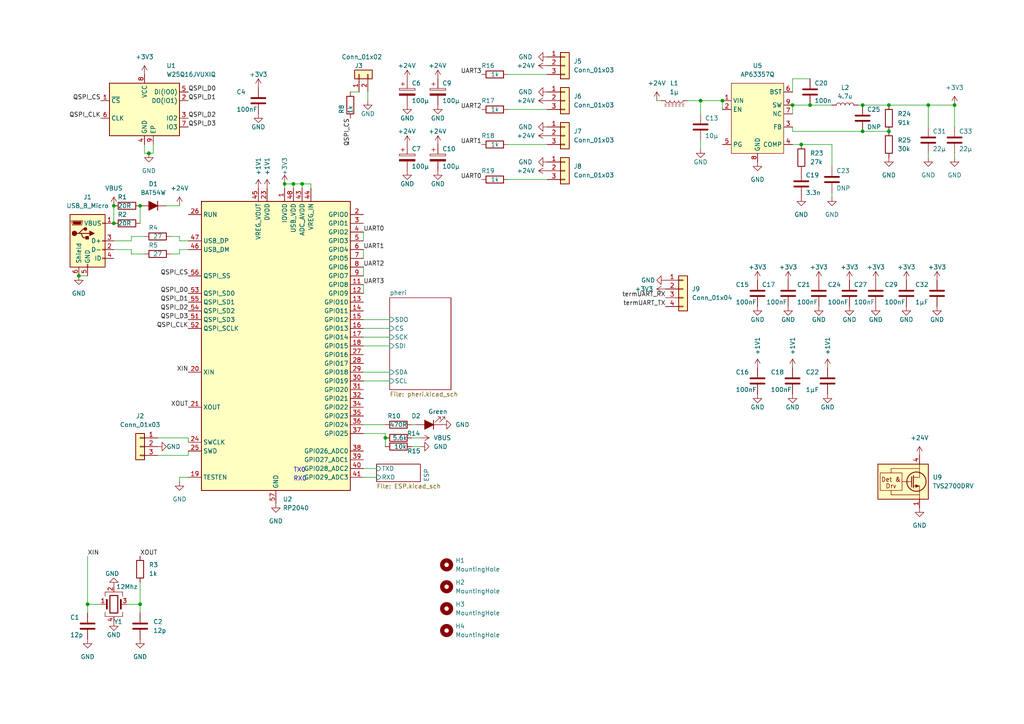
<source format=kicad_sch>
(kicad_sch (version 20211123) (generator eeschema)
  (paper "A4")
  (lib_symbols
    (symbol "Bergi:AP63357Q"
      (property "Reference" "U" (at -6.35 11.43 0))
      (property "Value" "AP63357Q" (at -2.54 8.89 0))
      (symbol "AP63357Q_1_1"
        (pin unspecified line (at -10.16 2.54 0) (length 2.54) (name "VIN") (number "1"))
        (pin unspecified line (at -10.16 0 0) (length 2.54) (name "EN") (number "2"))
        (pin unspecified line (at 10.16 -5.08 180) (length 2.54) (name "FB") (number "3"))
        (pin unspecified line (at 10.16 -10.16 180) (length 2.54) (name "COMP") (number "4"))
        (pin unspecified line (at -10.16 -10.16 0) (length 2.54) (name "PG") (number "5"))
        (pin unspecified line (at 10.16 5.08 180) (length 2.54) (name "BST") (number "6"))
        (pin unspecified line (at 10.16 -1.27 180) (length 2.54) (name "NC") (number "7"))
        (pin unspecified line (at 0 -15.24 90) (length 2.54) (name "GND") (number "8"))
        (pin unspecified line (at 10.16 1.27 180) (length 2.54) (name "SW") (number "9"))
      )
    )
    (symbol "Bergi:W25Q16JVUXIQ"
      (property "Reference" "U" (at -8.89 8.89 0))
      (property "Value" "W25Q16JVUXIQ" (at 7.62 8.89 0))
      (symbol "W25Q16JVUXIQ_1_1"
        (pin input line (at -12.7 2.54 0) (length 2.54) (name "~{CS}") (number "1"))
        (pin bidirectional line (at 12.7 2.54 180) (length 2.54) (name "DO(IO1)") (number "2"))
        (pin bidirectional line (at 12.7 -2.54 180) (length 2.54) (name "IO2") (number "3"))
        (pin power_in line (at 0 -10.16 90) (length 2.54) (name "GND") (number "4"))
        (pin bidirectional line (at 12.7 5.08 180) (length 2.54) (name "DI(IO0)") (number "5"))
        (pin input line (at -12.7 -2.54 0) (length 2.54) (name "CLK") (number "6"))
        (pin bidirectional line (at 12.7 -5.08 180) (length 2.54) (name "IO3") (number "7"))
        (pin power_in line (at 0 10.16 270) (length 2.54) (name "VCC") (number "8"))
        (pin passive line (at 2.54 -10.16 90) (length 2.54) (name "EP") (number "9"))
      )
    )
    (symbol "Connector:USB_B_Micro" (pin_names (offset 1.016))
      (property "Reference" "J" (at -5.08 11.43 0))
      (property "Value" "USB_B_Micro" (at -5.08 8.89 0))
      (symbol "USB_B_Micro_1_1"
        (pin power_out line (at 7.62 5.08 180) (length 2.54) (name "VBUS") (number "1"))
        (pin bidirectional line (at 7.62 -2.54 180) (length 2.54) (name "D-") (number "2"))
        (pin bidirectional line (at 7.62 0 180) (length 2.54) (name "D+") (number "3"))
        (pin passive line (at 7.62 -5.08 180) (length 2.54) (name "ID") (number "4"))
        (pin power_out line (at 0 -10.16 90) (length 2.54) (name "GND") (number "5"))
        (pin passive line (at -2.54 -10.16 90) (length 2.54) (name "Shield") (number "6"))
      )
    )
    (symbol "Connector_Generic:Conn_01x02" (pin_names (offset 1.016) hide)
      (property "Reference" "J" (at 0 2.54 0))
      (property "Value" "Conn_01x02" (at 0 -5.08 0))
      (symbol "Conn_01x02_1_1"
        (pin passive line (at -5.08 0 0) (length 3.81) (name "Pin_1") (number "1"))
        (pin passive line (at -5.08 -2.54 0) (length 3.81) (name "Pin_2") (number "2"))
      )
    )
    (symbol "Connector_Generic:Conn_01x03" (pin_names (offset 1.016) hide)
      (property "Reference" "J" (at 0 5.08 0))
      (property "Value" "Conn_01x03" (at 0 -5.08 0))
      (symbol "Conn_01x03_1_1"
        (pin passive line (at -5.08 2.54 0) (length 3.81) (name "Pin_1") (number "1"))
        (pin passive line (at -5.08 0 0) (length 3.81) (name "Pin_2") (number "2"))
        (pin passive line (at -5.08 -2.54 0) (length 3.81) (name "Pin_3") (number "3"))
      )
    )
    (symbol "Connector_Generic:Conn_01x04" (pin_names (offset 1.016) hide)
      (property "Reference" "J" (at 0 5.08 0))
      (property "Value" "Conn_01x04" (at 0 -7.62 0))
      (symbol "Conn_01x04_1_1"
        (pin passive line (at -5.08 2.54 0) (length 3.81) (name "Pin_1") (number "1"))
        (pin passive line (at -5.08 0 0) (length 3.81) (name "Pin_2") (number "2"))
        (pin passive line (at -5.08 -2.54 0) (length 3.81) (name "Pin_3") (number "3"))
        (pin passive line (at -5.08 -5.08 0) (length 3.81) (name "Pin_4") (number "4"))
      )
    )
    (symbol "Device:C" (pin_numbers hide) (pin_names (offset 0.254))
      (property "Reference" "C" (at 0.635 2.54 0))
      (property "Value" "C" (at 0.635 -2.54 0))
      (symbol "C_1_1"
        (pin passive line (at 0 3.81 270) (length 2.794) (name "~") (number "1"))
        (pin passive line (at 0 -3.81 90) (length 2.794) (name "~") (number "2"))
      )
    )
    (symbol "Device:C_Polarized" (pin_numbers hide) (pin_names (offset 0.254))
      (property "Reference" "C" (at 0.635 2.54 0))
      (property "Value" "C_Polarized" (at 0.635 -2.54 0))
      (symbol "C_Polarized_1_1"
        (pin passive line (at 0 3.81 270) (length 2.794) (name "~") (number "1"))
        (pin passive line (at 0 -3.81 90) (length 2.794) (name "~") (number "2"))
      )
    )
    (symbol "Device:Crystal_GND24" (pin_names (offset 1.016) hide)
      (property "Reference" "Y" (at 3.175 5.08 0))
      (property "Value" "Crystal_GND24" (at 3.175 3.175 0))
      (symbol "Crystal_GND24_1_1"
        (pin passive line (at -3.81 0 0) (length 1.27) (name "1") (number "1"))
        (pin passive line (at 0 5.08 270) (length 1.27) (name "2") (number "2"))
        (pin passive line (at 3.81 0 180) (length 1.27) (name "3") (number "3"))
        (pin passive line (at 0 -5.08 90) (length 1.27) (name "4") (number "4"))
      )
    )
    (symbol "Device:D_Filled" (pin_numbers hide) (pin_names (offset 1.016) hide)
      (property "Reference" "D" (at 0 2.54 0))
      (property "Value" "D_Filled" (at 0 -2.54 0))
      (symbol "D_Filled_1_1"
        (pin passive line (at -3.81 0 0) (length 2.54) (name "K") (number "1"))
        (pin passive line (at 3.81 0 180) (length 2.54) (name "A") (number "2"))
      )
    )
    (symbol "Device:L" (pin_numbers hide) (pin_names (offset 1.016) hide)
      (property "Reference" "L" (at -1.27 0 90))
      (property "Value" "L" (at 1.905 0 90))
      (symbol "L_1_1"
        (pin passive line (at 0 3.81 270) (length 1.27) (name "1") (number "1"))
        (pin passive line (at 0 -3.81 90) (length 1.27) (name "2") (number "2"))
      )
    )
    (symbol "Device:LED_Filled" (pin_numbers hide) (pin_names (offset 1.016) hide)
      (property "Reference" "D" (at 0 2.54 0))
      (property "Value" "LED_Filled" (at 0 -2.54 0))
      (symbol "LED_Filled_1_1"
        (pin passive line (at -3.81 0 0) (length 2.54) (name "K") (number "1"))
        (pin passive line (at 3.81 0 180) (length 2.54) (name "A") (number "2"))
      )
    )
    (symbol "Device:L_Ferrite" (pin_numbers hide) (pin_names (offset 1.016) hide)
      (property "Reference" "L" (at -1.27 0 90))
      (property "Value" "L_Ferrite" (at 2.794 0 90))
      (symbol "L_Ferrite_1_1"
        (pin passive line (at 0 3.81 270) (length 1.27) (name "1") (number "1"))
        (pin passive line (at 0 -3.81 90) (length 1.27) (name "2") (number "2"))
      )
    )
    (symbol "Device:R" (pin_numbers hide) (pin_names (offset 0))
      (property "Reference" "R" (at 2.032 0 90))
      (property "Value" "R" (at 0 0 90))
      (symbol "R_1_1"
        (pin passive line (at 0 3.81 270) (length 1.27) (name "~") (number "1"))
        (pin passive line (at 0 -3.81 90) (length 1.27) (name "~") (number "2"))
      )
    )
    (symbol "MCU_RaspberryPi:RP2040"
      (property "Reference" "U" (at 17.78 45.72 0))
      (property "Value" "RP2040" (at 17.78 43.18 0))
      (symbol "RP2040_1_1"
        (pin power_in line (at 2.54 45.72 270) (length 3.81) (name "IOVDD") (number "1"))
        (pin passive line (at 2.54 45.72 270) (length 3.81) hide (name "IOVDD") (number "10"))
        (pin bidirectional line (at 25.4 17.78 180) (length 3.81) (name "GPIO8") (number "11"))
        (pin bidirectional line (at 25.4 15.24 180) (length 3.81) (name "GPIO9") (number "12"))
        (pin bidirectional line (at 25.4 12.7 180) (length 3.81) (name "GPIO10") (number "13"))
        (pin bidirectional line (at 25.4 10.16 180) (length 3.81) (name "GPIO11") (number "14"))
        (pin bidirectional line (at 25.4 7.62 180) (length 3.81) (name "GPIO12") (number "15"))
        (pin bidirectional line (at 25.4 5.08 180) (length 3.81) (name "GPIO13") (number "16"))
        (pin bidirectional line (at 25.4 2.54 180) (length 3.81) (name "GPIO14") (number "17"))
        (pin bidirectional line (at 25.4 0 180) (length 3.81) (name "GPIO15") (number "18"))
        (pin input line (at -25.4 -38.1 0) (length 3.81) (name "TESTEN") (number "19"))
        (pin bidirectional line (at 25.4 38.1 180) (length 3.81) (name "GPIO0") (number "2"))
        (pin input line (at -25.4 -7.62 0) (length 3.81) (name "XIN") (number "20"))
        (pin passive line (at -25.4 -17.78 0) (length 3.81) (name "XOUT") (number "21"))
        (pin passive line (at 2.54 45.72 270) (length 3.81) hide (name "IOVDD") (number "22"))
        (pin power_in line (at -2.54 45.72 270) (length 3.81) (name "DVDD") (number "23"))
        (pin output line (at -25.4 -27.94 0) (length 3.81) (name "SWCLK") (number "24"))
        (pin bidirectional line (at -25.4 -30.48 0) (length 3.81) (name "SWD") (number "25"))
        (pin input line (at -25.4 38.1 0) (length 3.81) (name "RUN") (number "26"))
        (pin bidirectional line (at 25.4 -2.54 180) (length 3.81) (name "GPIO16") (number "27"))
        (pin bidirectional line (at 25.4 -5.08 180) (length 3.81) (name "GPIO17") (number "28"))
        (pin bidirectional line (at 25.4 -7.62 180) (length 3.81) (name "GPIO18") (number "29"))
        (pin bidirectional line (at 25.4 35.56 180) (length 3.81) (name "GPIO1") (number "3"))
        (pin bidirectional line (at 25.4 -10.16 180) (length 3.81) (name "GPIO19") (number "30"))
        (pin bidirectional line (at 25.4 -12.7 180) (length 3.81) (name "GPIO20") (number "31"))
        (pin bidirectional line (at 25.4 -15.24 180) (length 3.81) (name "GPIO21") (number "32"))
        (pin passive line (at 2.54 45.72 270) (length 3.81) hide (name "IOVDD") (number "33"))
        (pin bidirectional line (at 25.4 -17.78 180) (length 3.81) (name "GPIO22") (number "34"))
        (pin bidirectional line (at 25.4 -20.32 180) (length 3.81) (name "GPIO23") (number "35"))
        (pin bidirectional line (at 25.4 -22.86 180) (length 3.81) (name "GPIO24") (number "36"))
        (pin bidirectional line (at 25.4 -25.4 180) (length 3.81) (name "GPIO25") (number "37"))
        (pin bidirectional line (at 25.4 -30.48 180) (length 3.81) (name "GPIO26_ADC0") (number "38"))
        (pin bidirectional line (at 25.4 -33.02 180) (length 3.81) (name "GPIO27_ADC1") (number "39"))
        (pin bidirectional line (at 25.4 33.02 180) (length 3.81) (name "GPIO2") (number "4"))
        (pin bidirectional line (at 25.4 -35.56 180) (length 3.81) (name "GPIO28_ADC2") (number "40"))
        (pin bidirectional line (at 25.4 -38.1 180) (length 3.81) (name "GPIO29_ADC3") (number "41"))
        (pin passive line (at 2.54 45.72 270) (length 3.81) hide (name "IOVDD") (number "42"))
        (pin power_in line (at 7.62 45.72 270) (length 3.81) (name "ADC_AVDD") (number "43"))
        (pin power_in line (at 10.16 45.72 270) (length 3.81) (name "VREG_IN") (number "44"))
        (pin power_out line (at -5.08 45.72 270) (length 3.81) (name "VREG_VOUT") (number "45"))
        (pin bidirectional line (at -25.4 27.94 0) (length 3.81) (name "USB_DM") (number "46"))
        (pin bidirectional line (at -25.4 30.48 0) (length 3.81) (name "USB_DP") (number "47"))
        (pin power_in line (at 5.08 45.72 270) (length 3.81) (name "USB_VDD") (number "48"))
        (pin passive line (at 2.54 45.72 270) (length 3.81) hide (name "IOVDD") (number "49"))
        (pin bidirectional line (at 25.4 30.48 180) (length 3.81) (name "GPIO3") (number "5"))
        (pin passive line (at -2.54 45.72 270) (length 3.81) hide (name "DVDD") (number "50"))
        (pin bidirectional line (at -25.4 7.62 0) (length 3.81) (name "QSPI_SD3") (number "51"))
        (pin output line (at -25.4 5.08 0) (length 3.81) (name "QSPI_SCLK") (number "52"))
        (pin bidirectional line (at -25.4 15.24 0) (length 3.81) (name "QSPI_SD0") (number "53"))
        (pin bidirectional line (at -25.4 10.16 0) (length 3.81) (name "QSPI_SD2") (number "54"))
        (pin bidirectional line (at -25.4 12.7 0) (length 3.81) (name "QSPI_SD1") (number "55"))
        (pin bidirectional line (at -25.4 20.32 0) (length 3.81) (name "QSPI_SS") (number "56"))
        (pin power_in line (at 0 -45.72 90) (length 3.81) (name "GND") (number "57"))
        (pin bidirectional line (at 25.4 27.94 180) (length 3.81) (name "GPIO4") (number "6"))
        (pin bidirectional line (at 25.4 25.4 180) (length 3.81) (name "GPIO5") (number "7"))
        (pin bidirectional line (at 25.4 22.86 180) (length 3.81) (name "GPIO6") (number "8"))
        (pin bidirectional line (at 25.4 20.32 180) (length 3.81) (name "GPIO7") (number "9"))
      )
    )
    (symbol "Mechanical:MountingHole" (pin_names (offset 1.016))
      (property "Reference" "H" (at 0 5.08 0))
      (property "Value" "MountingHole" (at 0 3.175 0))
    )
    (symbol "Power_Protection:TVS2700DRV" (pin_names (offset 0) hide)
      (property "Reference" "U" (at 2.54 1.27 0))
      (property "Value" "TVS2700DRV" (at 2.54 -1.27 0))
      (symbol "TVS2700DRV_0_0"
        (text "Det &" (at -8.255 0.635 0) (effects (font (size 1.27 1.27))))
        (text "Drv" (at -8.255 -1.27 0) (effects (font (size 1.27 1.27))))
      )
      (symbol "TVS2700DRV_1_1"
        (pin power_in line (at 0 -7.62 90) (length 2.54) (name "GND") (number "1"))
        (pin power_in line (at 0 -7.62 90) (length 2.54) hide (name "GND") (number "2"))
        (pin power_in line (at 0 -7.62 90) (length 2.54) hide (name "GND") (number "3"))
        (pin passive line (at 0 7.62 270) (length 2.54) (name "IN") (number "4"))
        (pin passive line (at 0 7.62 270) (length 2.54) hide (name "IN") (number "5"))
        (pin passive line (at 0 7.62 270) (length 2.54) hide (name "IN") (number "6"))
        (pin power_in line (at 0 -7.62 90) (length 2.54) hide (name "GND") (number "7"))
      )
    )
    (symbol "power:+1V1" (power) (pin_names (offset 0))
      (property "Value" "+1V1" (at 0 3.556 0))
      (symbol "+1V1_1_1"
        (pin power_in line (at 0 0 90) (length 0) hide (name "+1V1") (number "1"))
      )
    )
    (symbol "power:+24V" (power) (pin_names (offset 0))
      (property "Value" "+24V" (at 0 3.556 0))
      (symbol "+24V_1_1"
        (pin power_in line (at 0 0 90) (length 0) hide (name "+24V") (number "1"))
      )
    )
    (symbol "power:+3V3" (power) (pin_names (offset 0))
      (property "Value" "+3V3" (at 0 3.556 0))
      (symbol "+3V3_1_1"
        (pin power_in line (at 0 0 90) (length 0) hide (name "+3V3") (number "1"))
      )
    )
    (symbol "power:GND" (power) (pin_names (offset 0))
      (property "Value" "GND" (at 0 -3.81 0))
      (symbol "GND_1_1"
        (pin power_in line (at 0 0 270) (length 0) hide (name "GND") (number "1"))
      )
    )
    (symbol "power:VBUS" (power) (pin_names (offset 0))
      (property "Value" "VBUS" (at 0 3.81 0))
      (symbol "VBUS_1_1"
        (pin power_in line (at 0 0 90) (length 0) hide (name "VBUS") (number "1"))
      )
    )
  )
  (junction (at 22.86 80.01))
  (junction (at 111.76 127))
  (junction (at 234.95 30.48))
  (junction (at 25.4 175.26))
  (junction (at 33.02 64.77))
  (junction (at 250.19 38.1))
  (junction (at 82.55 53.34))
  (junction (at 43.18 44.45))
  (junction (at 40.64 175.26))
  (junction (at 250.19 30.48))
  (junction (at 276.86 30.48))
  (junction (at 257.81 30.48))
  (junction (at 85.09 53.34))
  (junction (at 87.63 53.34))
  (junction (at 229.87 30.48))
  (junction (at 209.55 29.21))
  (junction (at 269.24 30.48))
  (junction (at 203.2 29.21))
  (junction (at 232.41 41.91))
  (junction (at 257.81 38.1))
  (junction (at 33.02 59.69))
  (junction (at 40.64 59.69))
  (wire (pts (xy 105.41 67.31) (xy 105.41 69.85)))
  (wire (pts (xy 105.41 100.33) (xy 113.03 100.33)))
  (wire (pts (xy 229.87 38.1) (xy 250.19 38.1)))
  (wire (pts (xy 43.18 44.45) (xy 44.45 44.45)))
  (wire (pts (xy 250.19 38.1) (xy 257.81 38.1)))
  (wire (pts (xy 105.41 95.25) (xy 113.03 95.25)))
  (wire (pts (xy 190.5 29.21) (xy 191.77 29.21)))
  (wire (pts (xy 52.07 138.43) (xy 54.61 138.43)))
  (wire (pts (xy 41.91 44.45) (xy 43.18 44.45)))
  (wire (pts (xy 105.41 97.79) (xy 113.03 97.79)))
  (wire (pts (xy 22.86 80.01) (xy 25.4 80.01)))
  (wire (pts (xy 85.09 53.34) (xy 85.09 54.61)))
  (wire (pts (xy 269.24 45.72) (xy 269.24 44.45)))
  (wire (pts (xy 111.76 125.73) (xy 111.76 127)))
  (wire (pts (xy 276.86 45.72) (xy 276.86 44.45)))
  (wire (pts (xy 54.61 132.08) (xy 54.61 130.81)))
  (wire (pts (xy 105.41 135.89) (xy 109.22 135.89)))
  (wire (pts (xy 229.87 36.83) (xy 229.87 38.1)))
  (wire (pts (xy 25.4 161.29) (xy 25.4 175.26)))
  (wire (pts (xy 111.76 127) (xy 111.76 129.54)))
  (wire (pts (xy 276.86 30.48) (xy 269.24 30.48)))
  (wire (pts (xy 105.41 82.55) (xy 105.41 85.09)))
  (wire (pts (xy 121.92 129.54) (xy 119.38 129.54)))
  (wire (pts (xy 25.4 177.8) (xy 25.4 175.26)))
  (wire (pts (xy 87.63 53.34) (xy 87.63 54.61)))
  (wire (pts (xy 54.61 69.85) (xy 52.07 69.85)))
  (wire (pts (xy 105.41 107.95) (xy 113.03 107.95)))
  (wire (pts (xy 147.32 52.07) (xy 158.75 52.07)))
  (wire (pts (xy 106.68 26.67) (xy 106.68 29.21)))
  (wire (pts (xy 52.07 68.58) (xy 49.53 68.58)))
  (wire (pts (xy 105.41 125.73) (xy 111.76 125.73)))
  (wire (pts (xy 82.55 53.34) (xy 82.55 54.61)))
  (wire (pts (xy 52.07 69.85) (xy 52.07 68.58)))
  (wire (pts (xy 105.41 72.39) (xy 105.41 74.93)))
  (wire (pts (xy 105.41 77.47) (xy 105.41 80.01)))
  (wire (pts (xy 250.19 30.48) (xy 257.81 30.48)))
  (wire (pts (xy 48.26 59.69) (xy 52.07 59.69)))
  (wire (pts (xy 105.41 138.43) (xy 109.22 138.43)))
  (wire (pts (xy 276.86 36.83) (xy 276.86 30.48)))
  (wire (pts (xy 40.64 175.26) (xy 40.64 177.8)))
  (wire (pts (xy 85.09 53.34) (xy 87.63 53.34)))
  (wire (pts (xy 38.1 69.85) (xy 33.02 69.85)))
  (wire (pts (xy 90.17 53.34) (xy 90.17 54.61)))
  (wire (pts (xy 44.45 44.45) (xy 44.45 41.91)))
  (wire (pts (xy 38.1 73.66) (xy 41.91 73.66)))
  (wire (pts (xy 257.81 30.48) (xy 269.24 30.48)))
  (wire (pts (xy 241.3 41.91) (xy 232.41 41.91)))
  (wire (pts (xy 40.64 168.91) (xy 40.64 175.26)))
  (wire (pts (xy 52.07 73.66) (xy 52.07 72.39)))
  (wire (pts (xy 203.2 43.18) (xy 203.2 40.64)))
  (wire (pts (xy 105.41 92.71) (xy 113.03 92.71)))
  (wire (pts (xy 105.41 110.49) (xy 113.03 110.49)))
  (wire (pts (xy 33.02 72.39) (xy 38.1 72.39)))
  (wire (pts (xy 232.41 41.91) (xy 229.87 41.91)))
  (wire (pts (xy 229.87 22.86) (xy 234.95 22.86)))
  (wire (pts (xy 229.87 30.48) (xy 234.95 30.48)))
  (wire (pts (xy 203.2 29.21) (xy 209.55 29.21)))
  (wire (pts (xy 36.83 175.26) (xy 40.64 175.26)))
  (wire (pts (xy 234.95 30.48) (xy 241.3 30.48)))
  (wire (pts (xy 203.2 33.02) (xy 203.2 29.21)))
  (wire (pts (xy 52.07 139.7) (xy 52.07 138.43)))
  (wire (pts (xy 38.1 72.39) (xy 38.1 73.66)))
  (wire (pts (xy 199.39 29.21) (xy 203.2 29.21)))
  (wire (pts (xy 147.32 21.59) (xy 158.75 21.59)))
  (wire (pts (xy 82.55 53.34) (xy 85.09 53.34)))
  (wire (pts (xy 33.02 64.77) (xy 33.02 59.69)))
  (wire (pts (xy 52.07 72.39) (xy 54.61 72.39)))
  (wire (pts (xy 241.3 48.26) (xy 241.3 41.91)))
  (wire (pts (xy 229.87 33.02) (xy 229.87 30.48)))
  (wire (pts (xy 121.92 127) (xy 119.38 127)))
  (wire (pts (xy 87.63 53.34) (xy 90.17 53.34)))
  (wire (pts (xy 41.91 68.58) (xy 38.1 68.58)))
  (wire (pts (xy 241.3 57.15) (xy 241.3 55.88)))
  (wire (pts (xy 25.4 175.26) (xy 29.21 175.26)))
  (wire (pts (xy 41.91 41.91) (xy 41.91 44.45)))
  (wire (pts (xy 147.32 31.75) (xy 158.75 31.75)))
  (wire (pts (xy 105.41 123.19) (xy 111.76 123.19)))
  (wire (pts (xy 209.55 29.21) (xy 209.55 31.75)))
  (wire (pts (xy 248.92 30.48) (xy 250.19 30.48)))
  (wire (pts (xy 147.32 41.91) (xy 158.75 41.91)))
  (wire (pts (xy 49.53 73.66) (xy 52.07 73.66)))
  (wire (pts (xy 54.61 128.27) (xy 54.61 127)))
  (wire (pts (xy 40.64 59.69) (xy 40.64 64.77)))
  (wire (pts (xy 45.72 132.08) (xy 54.61 132.08)))
  (wire (pts (xy 229.87 26.67) (xy 229.87 22.86)))
  (wire (pts (xy 38.1 68.58) (xy 38.1 69.85)))
  (wire (pts (xy 101.6 26.67) (xy 104.14 26.67)))
  (wire (pts (xy 54.61 127) (xy 45.72 127)))
  (wire (pts (xy 119.38 123.19) (xy 120.65 123.19)))
  (wire (pts (xy 269.24 30.48) (xy 269.24 36.83)))
  (text "RX0" (at 85.09 139.7 0) (effects (font (size 1.27 1.27)) (justify left bottom)))
  (text "TX0" (at 85.09 137.16 0) (effects (font (size 1.27 1.27)) (justify left bottom)))
  (label "QSPI_CS" (at 54.61 80.01 180))
  (label "UART2" (at 139.7 31.75 180))
  (label "termUART_RX" (at 193.04 86.36 180))
  (label "UART2" (at 105.41 77.47 0))
  (label "QSPI_CLK" (at 54.61 95.25 180))
  (label "UART1" (at 139.7 41.91 180))
  (label "XOUT" (at 54.61 118.11 180))
  (label "QSPI_D1" (at 54.61 87.63 180))
  (label "XIN" (at 54.61 107.95 180))
  (label "QSPI_D2" (at 54.61 90.17 180))
  (label "UART3" (at 105.41 82.55 0))
  (label "QSPI_D2" (at 54.61 34.29 0))
  (label "UART3" (at 139.7 21.59 180))
  (label "termUART_TX" (at 193.04 88.9 180))
  (label "QSPI_D0" (at 54.61 85.09 180))
  (label "XIN" (at 25.4 161.29 0))
  (label "XOUT" (at 40.64 161.29 0))
  (label "UART0" (at 105.41 67.31 0))
  (label "UART0" (at 139.7 52.07 180))
  (label "QSPI_D1" (at 54.61 29.21 0))
  (label "UART1" (at 105.41 72.39 0))
  (label "QSPI_CLK" (at 29.21 34.29 180))
  (label "QSPI_D3" (at 54.61 92.71 180))
  (label "QSPI_CS" (at 101.6 34.29 270))
  (label "QSPI_D0" (at 54.61 26.67 0))
  (label "QSPI_CS" (at 29.21 29.21 180))
  (label "QSPI_D3" (at 54.61 36.83 0))
  (symbol (lib_id "Device:R") (at 40.64 165.1 0) (unit 1)
    (property "Reference" "R3" (at 43.18 163.8299 0) (effects (justify left)))
    (property "Value" "1k" (at 43.18 166.3699 0) (effects (justify left)))
    (property "Footprint" "Resistor_SMD:R_0603_1608Metric" (effects hide))
  )
  (symbol (lib_id "Device:LED_Filled") (at 124.46 123.19 180) (unit 1)
    (property "Reference" "D2" (at 120.65 120.65 0))
    (property "Value" "Green" (at 127 119.38 0))
    (property "Footprint" "LED_SMD:LED_0603_1608Metric" (effects hide))
  )
  (symbol (lib_id "power:GND") (at 271.78 88.9 0) (unit 1)
    (property "Reference" "#PWR090" (effects hide))
    (property "Value" "GND" (at 271.78 92.71 0))
  )
  (symbol (lib_id "power:GND") (at 257.81 45.72 0) (unit 1)
    (property "Reference" "#PWR084" (effects hide))
    (property "Value" "GND" (at 257.81 50.8 0))
  )
  (symbol (lib_id "power:+3V3") (at 246.38 81.28 0) (unit 1)
    (property "Reference" "#PWR080" (effects hide))
    (property "Value" "+3V3" (at 246.38 77.47 0))
  )
  (symbol (lib_id "Connector_Generic:Conn_01x03") (at 163.83 49.53 0) (unit 1)
    (property "Reference" "J8" (at 166.37 48.2599 0) (effects (justify left)))
    (property "Value" "Conn_01x03" (at 166.37 50.7999 0) (effects (justify left)))
    (property "Footprint" "Connector_Molex:Molex_KK-254_AE-6410-03A_1x03_P2.54mm_Vertical" (effects hide))
  )
  (symbol (lib_id "power:GND") (at 158.75 16.51 270) (unit 1)
    (property "Reference" "#PWR041" (effects hide))
    (property "Value" "GND" (at 152.4 16.51 90))
  )
  (symbol (lib_id "Device:C") (at 219.71 110.49 0) (unit 1)
    (property "Reference" "C16" (at 213.36 107.95 0) (effects (justify left)))
    (property "Value" "100nF" (at 213.36 113.03 0) (effects (justify left)))
    (property "Footprint" "Capacitor_SMD:C_0603_1608Metric" (effects hide))
  )
  (symbol (lib_id "power:GND") (at 74.93 33.02 0) (unit 1)
    (property "Reference" "#PWR016" (effects hide))
    (property "Value" "GND" (at 74.93 36.83 0))
  )
  (symbol (lib_id "Connector_Generic:Conn_01x04") (at 198.12 83.82 0) (unit 1)
    (property "Reference" "J9" (at 200.66 83.8199 0) (effects (justify left)))
    (property "Value" "Conn_01x04" (at 200.66 86.3599 0) (effects (justify left)))
    (property "Footprint" "Connector_PinSocket_2.54mm:PinSocket_1x04_P2.54mm_Vertical" (effects hide))
  )
  (symbol (lib_id "power:+1V1") (at 240.03 106.68 0) (unit 1)
    (property "Reference" "#PWR077" (effects hide))
    (property "Value" "+1V1" (at 240.03 100.33 90))
  )
  (symbol (lib_id "Device:C") (at 250.19 34.29 180) (unit 1)
    (property "Reference" "C25" (at 251.46 31.75 0) (effects (justify right)))
    (property "Value" "DNP" (at 251.46 36.83 0) (effects (justify right)))
    (property "Footprint" "Capacitor_SMD:C_0603_1608Metric" (effects hide))
  )
  (symbol (lib_id "Connector_Generic:Conn_01x02") (at 104.14 21.59 90) (unit 1)
    (property "Reference" "J3" (at 102.87 19.05 90) (effects (justify right)))
    (property "Value" "Conn_01x02" (at 99.06 16.51 90) (effects (justify right)))
    (property "Footprint" "Connector_PinSocket_2.54mm:PinSocket_1x02_P2.54mm_Vertical" (effects hide))
  )
  (symbol (lib_id "Connector_Generic:Conn_01x03") (at 163.83 39.37 0) (unit 1)
    (property "Reference" "J7" (at 166.37 38.0999 0) (effects (justify left)))
    (property "Value" "Conn_01x03" (at 166.37 40.6399 0) (effects (justify left)))
    (property "Footprint" "Connector_Molex:Molex_KK-254_AE-6410-03A_1x03_P2.54mm_Vertical" (effects hide))
  )
  (symbol (lib_id "power:GND") (at 240.03 114.3 0) (unit 1)
    (property "Reference" "#PWR078" (effects hide))
    (property "Value" "GND" (at 240.03 118.11 0))
  )
  (symbol (lib_id "power:GND") (at 219.71 114.3 0) (unit 1)
    (property "Reference" "#PWR068" (effects hide))
    (property "Value" "GND" (at 219.71 118.11 0))
  )
  (symbol (lib_id "Device:R") (at 36.83 64.77 270) (unit 1)
    (property "Reference" "R2" (at 36.83 62.23 90) (effects (justify right)))
    (property "Value" "20R" (at 38.1 64.77 90) (effects (justify right)))
    (property "Footprint" "Resistor_SMD:R_0603_1608Metric" (effects hide))
  )
  (symbol (lib_id "power:GND") (at 276.86 45.72 0) (unit 1)
    (property "Reference" "#PWR092" (effects hide))
    (property "Value" "GND" (at 276.86 50.8 0))
  )
  (symbol (lib_id "power:VBUS") (at 121.92 127 270) (unit 1)
    (property "Reference" "#PWR039" (effects hide))
    (property "Value" "VBUS" (at 125.73 126.9999 90) (effects (justify left)))
  )
  (symbol (lib_id "power:+24V") (at 118.11 41.91 0) (unit 1)
    (property "Reference" "#PWR027" (effects hide))
    (property "Value" "+24V" (at 120.65 38.1 0) (effects (justify right)))
  )
  (symbol (lib_id "Device:C") (at 241.3 52.07 180) (unit 1)
    (property "Reference" "C23" (at 242.57 49.53 0) (effects (justify right)))
    (property "Value" "DNP" (at 242.57 54.61 0) (effects (justify right)))
    (property "Footprint" "Capacitor_SMD:C_0603_1608Metric" (effects hide))
  )
  (symbol (lib_id "Device:R") (at 143.51 41.91 270) (unit 1)
    (property "Reference" "R18" (at 143.51 39.37 90) (effects (justify right)))
    (property "Value" "1k" (at 144.78 41.91 90) (effects (justify right)))
    (property "Footprint" "Resistor_SMD:R_0603_1608Metric" (effects hide))
  )
  (symbol (lib_id "Device:C") (at 276.86 40.64 180) (unit 1)
    (property "Reference" "C33" (at 278.13 38.1 0) (effects (justify right)))
    (property "Value" "22µ" (at 278.13 43.18 0) (effects (justify right)))
    (property "Footprint" "Capacitor_SMD:C_1206_3216Metric" (effects hide))
  )
  (symbol (lib_id "power:GND") (at 254 88.9 0) (unit 1)
    (property "Reference" "#PWR083" (effects hide))
    (property "Value" "GND" (at 254 92.71 0))
  )
  (symbol (lib_id "Device:R") (at 115.57 129.54 90) (unit 1)
    (property "Reference" "R15" (at 118.11 130.81 90) (effects (justify right)))
    (property "Value" "10k" (at 114.3 129.54 90) (effects (justify right)))
    (property "Footprint" "Resistor_SMD:R_0603_1608Metric" (effects hide))
  )
  (symbol (lib_id "power:+3V3") (at 271.78 81.28 0) (unit 1)
    (property "Reference" "#PWR089" (effects hide))
    (property "Value" "+3V3" (at 271.78 77.47 0))
  )
  (symbol (lib_id "Device:C") (at 254 85.09 0) (unit 1)
    (property "Reference" "C27" (at 247.65 82.55 0) (effects (justify left)))
    (property "Value" "100nF" (at 247.65 87.63 0) (effects (justify left)))
    (property "Footprint" "Capacitor_SMD:C_0603_1608Metric" (effects hide))
  )
  (symbol (lib_id "power:+3V3") (at 219.71 81.28 0) (unit 1)
    (property "Reference" "#PWR065" (effects hide))
    (property "Value" "+3V3" (at 219.71 77.47 0))
  )
  (symbol (lib_id "Connector_Generic:Conn_01x03") (at 163.83 19.05 0) (unit 1)
    (property "Reference" "J5" (at 166.37 17.7799 0) (effects (justify left)))
    (property "Value" "Conn_01x03" (at 166.37 20.3199 0) (effects (justify left)))
    (property "Footprint" "Connector_Molex:Molex_KK-254_AE-6410-03A_1x03_P2.54mm_Vertical" (effects hide))
  )
  (symbol (lib_id "power:+24V") (at 52.07 59.69 0) (unit 1)
    (property "Reference" "#PWR010" (effects hide))
    (property "Value" "+24V" (at 52.07 54.61 0))
  )
  (symbol (lib_id "power:+3V3") (at 228.6 81.28 0) (unit 1)
    (property "Reference" "#PWR069" (effects hide))
    (property "Value" "+3V3" (at 228.6 77.47 0))
  )
  (symbol (lib_id "power:+3V3") (at 82.55 53.34 0) (unit 1)
    (property "Reference" "#PWR020" (effects hide))
    (property "Value" "+3V3" (at 82.55 48.26 90))
  )
  (symbol (lib_id "Device:C") (at 228.6 85.09 0) (unit 1)
    (property "Reference" "C17" (at 220.98 82.55 0) (effects (justify left)))
    (property "Value" "100nF" (at 222.25 87.63 0) (effects (justify left)))
    (property "Footprint" "Capacitor_SMD:C_0603_1608Metric" (effects hide))
  )
  (symbol (lib_id "power:GND") (at 127 49.53 0) (unit 1)
    (property "Reference" "#PWR032" (effects hide))
    (property "Value" "GND" (at 127 53.34 0))
  )
  (symbol (lib_id "power:+24V") (at 158.75 19.05 90) (unit 1)
    (property "Reference" "#PWR042" (effects hide))
    (property "Value" "+24V" (at 149.86 19.05 90) (effects (justify right)))
  )
  (symbol (lib_id "power:+24V") (at 190.5 29.21 0) (unit 1)
    (property "Reference" "#PWR056" (effects hide))
    (property "Value" "+24V" (at 190.5 24.13 0))
  )
  (symbol (lib_id "power:GND") (at 127 30.48 0) (unit 1)
    (property "Reference" "#PWR030" (effects hide))
    (property "Value" "GND" (at 127 34.29 0))
  )
  (symbol (lib_id "Device:C") (at 271.78 85.09 0) (unit 1)
    (property "Reference" "C32" (at 265.43 82.55 0) (effects (justify left)))
    (property "Value" "1µF" (at 265.43 87.63 0) (effects (justify left)))
    (property "Footprint" "Capacitor_SMD:C_0603_1608Metric" (effects hide))
  )
  (symbol (lib_id "power:GND") (at 40.64 185.42 0) (unit 1)
    (property "Reference" "#PWR06" (effects hide))
    (property "Value" "GND" (at 40.64 190.5 0))
  )
  (symbol (lib_id "power:GND") (at 262.89 88.9 0) (unit 1)
    (property "Reference" "#PWR087" (effects hide))
    (property "Value" "GND" (at 262.89 92.71 0))
  )
  (symbol (lib_id "power:+24V") (at 127 41.91 0) (unit 1)
    (property "Reference" "#PWR031" (effects hide))
    (property "Value" "+24V" (at 129.54 38.1 0) (effects (justify right)))
  )
  (symbol (lib_id "Device:C") (at 240.03 110.49 0) (unit 1)
    (property "Reference" "C22" (at 233.68 107.95 0) (effects (justify left)))
    (property "Value" "1µF" (at 233.68 113.03 0) (effects (justify left)))
    (property "Footprint" "Capacitor_SMD:C_0603_1608Metric" (effects hide))
  )
  (symbol (lib_id "power:GND") (at 33.02 180.34 0) (unit 1)
    (property "Reference" "#PWR05" (effects hide))
    (property "Value" "GND" (at 33.02 184.15 0))
  )
  (symbol (lib_id "power:GND") (at 219.71 88.9 0) (unit 1)
    (property "Reference" "#PWR066" (effects hide))
    (property "Value" "GND" (at 219.71 92.71 0))
  )
  (symbol (lib_id "Connector_Generic:Conn_01x03") (at 163.83 29.21 0) (unit 1)
    (property "Reference" "J6" (at 166.37 27.9399 0) (effects (justify left)))
    (property "Value" "Conn_01x03" (at 166.37 30.4799 0) (effects (justify left)))
    (property "Footprint" "Connector_Molex:Molex_KK-254_AE-6410-03A_1x03_P2.54mm_Vertical" (effects hide))
  )
  (symbol (lib_id "power:GND") (at 232.41 57.15 0) (unit 1)
    (property "Reference" "#PWR073" (effects hide))
    (property "Value" "GND" (at 232.41 62.23 0))
  )
  (symbol (lib_id "power:GND") (at 118.11 49.53 0) (unit 1)
    (property "Reference" "#PWR028" (effects hide))
    (property "Value" "GND" (at 118.11 53.34 0))
  )
  (symbol (lib_id "Bergi:W25Q16JVUXIQ") (at 41.91 31.75 0) (unit 1)
    (property "Reference" "U1" (at 48.26 19.05 0) (effects (justify left)))
    (property "Value" "W25Q16JVUXIQ" (at 48.26 21.59 0) (effects (justify left)))
    (property "Footprint" "Bergi:DFN-8-1EP_3x2mm_P0.5mm_EP0.3x1.6mm" (effects hide))
    (property "Datasheet" "http://www.winbond.com/resource-files/w25q32jv%20revg%2003272018%20plus.pdf" (effects hide))
  )
  (symbol (lib_id "Connector_Generic:Conn_01x03") (at 40.64 129.54 0) (mirror y) (unit 1)
    (property "Reference" "J2" (at 40.64 120.65 0))
    (property "Value" "Conn_01x03" (at 40.64 123.19 0))
    (property "Footprint" "Connector_PinHeader_2.54mm:PinHeader_1x03_P2.54mm_Vertical" (effects hide))
  )
  (symbol (lib_id "power:GND") (at 158.75 26.67 270) (unit 1)
    (property "Reference" "#PWR043" (effects hide))
    (property "Value" "GND" (at 152.4 26.67 90))
  )
  (symbol (lib_id "power:+3V3") (at 262.89 81.28 0) (unit 1)
    (property "Reference" "#PWR086" (effects hide))
    (property "Value" "+3V3" (at 262.89 77.47 0))
  )
  (symbol (lib_id "Device:C_Polarized") (at 118.11 26.67 0) (unit 1)
    (property "Reference" "C6" (at 119.38 24.13 0) (effects (justify left)))
    (property "Value" "100µ" (at 119.38 29.21 0) (effects (justify left)))
    (property "Footprint" "Capacitor_THT:CP_Radial_D6.3mm_P2.50mm" (effects hide))
  )
  (symbol (lib_id "power:+3V3") (at 237.49 81.28 0) (unit 1)
    (property "Reference" "#PWR075" (effects hide))
    (property "Value" "+3V3" (at 237.49 77.47 0))
  )
  (symbol (lib_id "Device:R") (at 143.51 52.07 270) (unit 1)
    (property "Reference" "R19" (at 143.51 49.53 90) (effects (justify right)))
    (property "Value" "1k" (at 144.78 52.07 90) (effects (justify right)))
    (property "Footprint" "Resistor_SMD:R_0603_1608Metric" (effects hide))
  )
  (symbol (lib_id "power:GND") (at 52.07 139.7 0) (unit 1)
    (property "Reference" "#PWR011" (effects hide))
    (property "Value" "GND" (at 52.07 144.78 0))
  )
  (symbol (lib_id "power:+24V") (at 118.11 22.86 0) (unit 1)
    (property "Reference" "#PWR025" (effects hide))
    (property "Value" "+24V" (at 120.65 19.05 0) (effects (justify right)))
  )
  (symbol (lib_id "Mechanical:MountingHole") (at 129.54 182.88 0) (unit 1)
    (property "Reference" "H4" (at 132.08 181.6099 0) (effects (justify left)))
    (property "Value" "MountingHole" (at 132.08 184.1499 0) (effects (justify left)))
    (property "Footprint" "MountingHole:MountingHole_3.2mm_M3_DIN965" (effects hide))
  )
  (symbol (lib_id "power:GND") (at 241.3 57.15 0) (unit 1)
    (property "Reference" "#PWR079" (effects hide))
    (property "Value" "GND" (at 241.3 62.23 0))
  )
  (symbol (lib_id "power:GND") (at 246.38 88.9 0) (unit 1)
    (property "Reference" "#PWR081" (effects hide))
    (property "Value" "GND" (at 246.38 92.71 0))
  )
  (symbol (lib_id "Power_Protection:TVS2700DRV") (at 266.7 139.7 0) (unit 1)
    (property "Reference" "U9" (at 270.51 138.4299 0) (effects (justify left)))
    (property "Value" "TVS2700DRV" (at 270.51 140.9699 0) (effects (justify left)))
    (property "Footprint" "Package_SON:WSON-6-1EP_2x2mm_P0.65mm_EP1x1.6mm" (effects hide))
    (property "Datasheet" "http://www.ti.com/lit/ds/symlink/tvs2700.pdf" (effects hide))
  )
  (symbol (lib_id "power:GND") (at 158.75 46.99 270) (unit 1)
    (property "Reference" "#PWR047" (effects hide))
    (property "Value" "GND" (at 152.4 46.99 90))
  )
  (symbol (lib_id "Device:R") (at 115.57 123.19 90) (unit 1)
    (property "Reference" "R10" (at 114.3 120.65 90))
    (property "Value" "470R" (at 115.57 123.19 90))
    (property "Footprint" "Resistor_SMD:R_0603_1608Metric" (effects hide))
  )
  (symbol (lib_id "Device:C") (at 246.38 85.09 0) (unit 1)
    (property "Reference" "C24" (at 240.03 82.55 0) (effects (justify left)))
    (property "Value" "100nF" (at 240.03 87.63 0) (effects (justify left)))
    (property "Footprint" "Capacitor_SMD:C_0603_1608Metric" (effects hide))
  )
  (symbol (lib_id "power:GND") (at 203.2 43.18 0) (unit 1)
    (property "Reference" "#PWR059" (effects hide))
    (property "Value" "GND" (at 203.2 46.99 0))
  )
  (symbol (lib_id "Device:C") (at 74.93 29.21 0) (unit 1)
    (property "Reference" "C4" (at 68.58 26.67 0) (effects (justify left)))
    (property "Value" "100nF" (at 68.58 31.75 0) (effects (justify left)))
    (property "Footprint" "Capacitor_SMD:C_0603_1608Metric" (effects hide))
  )
  (symbol (lib_id "power:GND") (at 229.87 114.3 0) (unit 1)
    (property "Reference" "#PWR072" (effects hide))
    (property "Value" "GND" (at 229.87 118.11 0))
  )
  (symbol (lib_id "power:GND") (at 25.4 185.42 0) (unit 1)
    (property "Reference" "#PWR02" (effects hide))
    (property "Value" "GND" (at 25.4 190.5 0))
  )
  (symbol (lib_id "Device:C") (at 262.89 85.09 0) (unit 1)
    (property "Reference" "C29" (at 256.54 82.55 0) (effects (justify left)))
    (property "Value" "100nF" (at 256.54 87.63 0) (effects (justify left)))
    (property "Footprint" "Capacitor_SMD:C_0603_1608Metric" (effects hide))
  )
  (symbol (lib_id "power:GND") (at 228.6 88.9 0) (unit 1)
    (property "Reference" "#PWR070" (effects hide))
    (property "Value" "GND" (at 228.6 92.71 0))
  )
  (symbol (lib_id "power:+1V1") (at 229.87 106.68 0) (unit 1)
    (property "Reference" "#PWR071" (effects hide))
    (property "Value" "+1V1" (at 229.87 100.33 90))
  )
  (symbol (lib_id "power:+3V3") (at 254 81.28 0) (unit 1)
    (property "Reference" "#PWR082" (effects hide))
    (property "Value" "+3V3" (at 254 77.47 0))
  )
  (symbol (lib_id "Device:R") (at 143.51 31.75 270) (unit 1)
    (property "Reference" "R17" (at 143.51 29.21 90) (effects (justify right)))
    (property "Value" "1k" (at 144.78 31.75 90) (effects (justify right)))
    (property "Footprint" "Resistor_SMD:R_0603_1608Metric" (effects hide))
  )
  (symbol (lib_id "Device:R") (at 45.72 73.66 90) (unit 1)
    (property "Reference" "R5" (at 44.45 71.12 90))
    (property "Value" "27" (at 45.72 73.66 90))
    (property "Footprint" "Resistor_SMD:R_0603_1608Metric" (effects hide))
  )
  (symbol (lib_id "Device:R") (at 45.72 68.58 90) (unit 1)
    (property "Reference" "R4" (at 44.45 66.04 90))
    (property "Value" "27" (at 45.72 68.58 90))
    (property "Footprint" "Resistor_SMD:R_0603_1608Metric" (effects hide))
  )
  (symbol (lib_id "Device:R") (at 115.57 127 270) (unit 1)
    (property "Reference" "R14" (at 121.92 125.73 90) (effects (justify right)))
    (property "Value" "5.6k" (at 118.11 127 90) (effects (justify right)))
    (property "Footprint" "Resistor_SMD:R_0603_1608Metric" (effects hide))
  )
  (symbol (lib_id "power:GND") (at 22.86 80.01 0) (unit 1)
    (property "Reference" "#PWR01" (effects hide))
    (property "Value" "GND" (at 22.86 85.09 0))
  )
  (symbol (lib_id "power:GND") (at 43.18 44.45 0) (unit 1)
    (property "Reference" "#PWR08" (effects hide))
    (property "Value" "GND" (at 43.18 49.53 0))
  )
  (symbol (lib_id "power:+3V3") (at 41.91 21.59 0) (unit 1)
    (property "Reference" "#PWR07" (effects hide))
    (property "Value" "+3V3" (at 41.91 16.51 0))
  )
  (symbol (lib_id "power:GND") (at 118.11 30.48 0) (unit 1)
    (property "Reference" "#PWR026" (effects hide))
    (property "Value" "GND" (at 118.11 34.29 0))
  )
  (symbol (lib_id "Device:L_Ferrite") (at 195.58 29.21 270) (unit 1)
    (property "Reference" "L1" (at 195.58 24.13 90))
    (property "Value" "1µ" (at 195.58 26.67 90))
    (property "Footprint" "Inductor_SMD:L_0805_2012Metric" (effects hide))
  )
  (symbol (lib_id "Device:R") (at 257.81 34.29 0) (unit 1)
    (property "Reference" "R24" (at 260.35 33.0199 0) (effects (justify left)))
    (property "Value" "91k" (at 260.35 35.5599 0) (effects (justify left)))
    (property "Footprint" "Resistor_SMD:R_0603_1608Metric" (effects hide))
  )
  (symbol (lib_id "Device:R") (at 101.6 30.48 180) (unit 1)
    (property "Reference" "R8" (at 99.06 33.02 90) (effects (justify right)))
    (property "Value" "1k" (at 101.6 33.02 90) (effects (justify right)))
    (property "Footprint" "Resistor_SMD:R_0603_1608Metric" (effects hide))
  )
  (symbol (lib_id "power:VBUS") (at 33.02 59.69 0) (unit 1)
    (property "Reference" "#PWR03" (effects hide))
    (property "Value" "VBUS" (at 33.02 54.61 0))
  )
  (symbol (lib_id "Device:C") (at 219.71 85.09 0) (unit 1)
    (property "Reference" "C15" (at 213.36 82.55 0) (effects (justify left)))
    (property "Value" "100nF" (at 213.36 87.63 0) (effects (justify left)))
    (property "Footprint" "Capacitor_SMD:C_0603_1608Metric" (effects hide))
  )
  (symbol (lib_id "power:+24V") (at 127 22.86 0) (unit 1)
    (property "Reference" "#PWR029" (effects hide))
    (property "Value" "+24V" (at 129.54 19.05 0) (effects (justify right)))
  )
  (symbol (lib_id "power:GND") (at 80.01 146.05 0) (unit 1)
    (property "Reference" "#PWR019" (effects hide))
    (property "Value" "GND" (at 80.01 151.13 0))
  )
  (symbol (lib_id "Bergi:AP63357Q") (at 219.71 31.75 0) (unit 1)
    (property "Reference" "U5" (at 219.71 19.05 0))
    (property "Value" "AP63357Q" (at 219.71 21.59 0))
    (property "Footprint" "Bergi:V-DFN3020-13" (effects hide))
  )
  (symbol (lib_id "Mechanical:MountingHole") (at 129.54 163.83 0) (unit 1)
    (property "Reference" "H1" (at 132.08 162.5599 0) (effects (justify left)))
    (property "Value" "MountingHole" (at 132.08 165.0999 0) (effects (justify left)))
    (property "Footprint" "MountingHole:MountingHole_3.2mm_M3_DIN965" (effects hide))
  )
  (symbol (lib_id "power:+1V1") (at 77.47 54.61 0) (unit 1)
    (property "Reference" "#PWR018" (effects hide))
    (property "Value" "+1V1" (at 77.47 48.26 90))
  )
  (symbol (lib_id "power:GND") (at 45.72 129.54 90) (unit 1)
    (property "Reference" "#PWR09" (effects hide))
    (property "Value" "GND" (at 48.26 129.54 90) (effects (justify right)))
  )
  (symbol (lib_id "Device:C") (at 25.4 181.61 0) (unit 1)
    (property "Reference" "C1" (at 20.32 179.07 0) (effects (justify left)))
    (property "Value" "12p" (at 20.32 184.15 0) (effects (justify left)))
    (property "Footprint" "Capacitor_SMD:C_0603_1608Metric" (effects hide))
  )
  (symbol (lib_id "power:+1V1") (at 219.71 106.68 0) (unit 1)
    (property "Reference" "#PWR067" (effects hide))
    (property "Value" "+1V1" (at 219.71 100.33 90))
  )
  (symbol (lib_id "MCU_RaspberryPi:RP2040") (at 80.01 100.33 0) (unit 1)
    (property "Reference" "U2" (at 82.0294 144.78 0) (effects (justify left)))
    (property "Value" "RP2040" (at 82.0294 147.32 0) (effects (justify left)))
    (property "Footprint" "Package_DFN_QFN:QFN-56-1EP_7x7mm_P0.4mm_EP3.2x3.2mm" (effects hide))
    (property "Datasheet" "https://datasheets.raspberrypi.com/rp2040/rp2040-datasheet.pdf" (effects hide))
  )
  (symbol (lib_id "power:GND") (at 158.75 36.83 270) (unit 1)
    (property "Reference" "#PWR045" (effects hide))
    (property "Value" "GND" (at 152.4 36.83 90))
  )
  (symbol (lib_id "Device:C") (at 232.41 53.34 180) (unit 1)
    (property "Reference" "C19" (at 233.68 50.8 0) (effects (justify right)))
    (property "Value" "3.3n" (at 233.68 55.88 0) (effects (justify right)))
    (property "Footprint" "Capacitor_SMD:C_0603_1608Metric" (effects hide))
  )
  (symbol (lib_id "Connector:USB_B_Micro") (at 25.4 69.85 0) (unit 1)
    (property "Reference" "J1" (at 25.4 57.15 0))
    (property "Value" "USB_B_Micro" (at 25.4 59.69 0))
    (property "Footprint" "Connector_USB:USB_Micro-B_GCT_USB3076-30-A" (effects hide))
    (property "HTN" "USB3076-30, USB3075-30" (effects hide))
  )
  (symbol (lib_id "Device:R") (at 143.51 21.59 270) (unit 1)
    (property "Reference" "R16" (at 143.51 19.05 90) (effects (justify right)))
    (property "Value" "1k" (at 144.78 21.59 90) (effects (justify right)))
    (property "Footprint" "Resistor_SMD:R_0603_1608Metric" (effects hide))
  )
  (symbol (lib_id "power:+3V3") (at 276.86 30.48 0) (unit 1)
    (property "Reference" "#PWR091" (effects hide))
    (property "Value" "+3V3" (at 276.86 25.4 0))
  )
  (symbol (lib_id "Device:C") (at 40.64 181.61 0) (unit 1)
    (property "Reference" "C2" (at 44.45 180.3399 0) (effects (justify left)))
    (property "Value" "12p" (at 44.45 182.8799 0) (effects (justify left)))
    (property "Footprint" "Capacitor_SMD:C_0603_1608Metric" (effects hide))
  )
  (symbol (lib_id "Device:R") (at 257.81 41.91 0) (unit 1)
    (property "Reference" "R25" (at 260.35 40.6399 0) (effects (justify left)))
    (property "Value" "30k" (at 260.35 43.1799 0) (effects (justify left)))
    (property "Footprint" "Resistor_SMD:R_0603_1608Metric" (effects hide))
  )
  (symbol (lib_id "Device:C") (at 234.95 26.67 180) (unit 1)
    (property "Reference" "C20" (at 236.22 24.13 0) (effects (justify right)))
    (property "Value" "100n" (at 236.22 29.21 0) (effects (justify right)))
    (property "Footprint" "Capacitor_SMD:C_0603_1608Metric" (effects hide))
  )
  (symbol (lib_id "power:GND") (at 193.04 81.28 270) (unit 1)
    (property "Reference" "#PWR057" (effects hide))
    (property "Value" "GND" (at 187.96 81.28 90))
  )
  (symbol (lib_id "power:+24V") (at 158.75 29.21 90) (unit 1)
    (property "Reference" "#PWR044" (effects hide))
    (property "Value" "+24V" (at 149.86 29.21 90) (effects (justify right)))
  )
  (symbol (lib_id "power:+1V1") (at 74.93 54.61 0) (unit 1)
    (property "Reference" "#PWR017" (effects hide))
    (property "Value" "+1V1" (at 74.93 48.26 90))
  )
  (symbol (lib_id "power:+24V") (at 158.75 39.37 90) (unit 1)
    (property "Reference" "#PWR046" (effects hide))
    (property "Value" "+24V" (at 149.86 39.37 90) (effects (justify right)))
  )
  (symbol (lib_id "power:+3V3") (at 74.93 25.4 0) (unit 1)
    (property "Reference" "#PWR015" (effects hide))
    (property "Value" "+3V3" (at 74.93 21.59 0))
  )
  (symbol (lib_id "power:GND") (at 33.02 170.18 180) (unit 1)
    (property "Reference" "#PWR04" (effects hide))
    (property "Value" "GND" (at 30.48 166.37 0) (effects (justify right)))
  )
  (symbol (lib_id "Device:C_Polarized") (at 118.11 45.72 0) (unit 1)
    (property "Reference" "C7" (at 119.38 43.18 0) (effects (justify left)))
    (property "Value" "100µ" (at 119.38 48.26 0) (effects (justify left)))
    (property "Footprint" "Capacitor_THT:CP_Radial_D6.3mm_P2.50mm" (effects hide))
  )
  (symbol (lib_id "Device:C") (at 203.2 36.83 180) (unit 1)
    (property "Reference" "C13" (at 204.47 34.29 0) (effects (justify right)))
    (property "Value" "10µ" (at 204.47 39.37 0) (effects (justify right)))
    (property "Footprint" "Capacitor_SMD:C_1210_3225Metric" (effects hide))
  )
  (symbol (lib_id "Device:R") (at 232.41 45.72 0) (unit 1)
    (property "Reference" "R23" (at 234.95 44.4499 0) (effects (justify left)))
    (property "Value" "27k" (at 234.95 46.9899 0) (effects (justify left)))
    (property "Footprint" "Resistor_SMD:R_0603_1608Metric" (effects hide))
  )
  (symbol (lib_id "Device:R") (at 36.83 59.69 270) (unit 1)
    (property "Reference" "R1" (at 36.83 57.15 90) (effects (justify right)))
    (property "Value" "20R" (at 38.1 59.69 90) (effects (justify right)))
    (property "Footprint" "Resistor_SMD:R_0603_1608Metric" (effects hide))
  )
  (symbol (lib_id "Device:C_Polarized") (at 127 26.67 0) (unit 1)
    (property "Reference" "C9" (at 128.27 24.13 0) (effects (justify left)))
    (property "Value" "100µ" (at 128.27 29.21 0) (effects (justify left)))
    (property "Footprint" "Capacitor_THT:CP_Radial_D6.3mm_P2.50mm" (effects hide))
  )
  (symbol (lib_id "power:GND") (at 219.71 46.99 0) (unit 1)
    (property "Reference" "#PWR064" (effects hide))
    (property "Value" "GND" (at 219.71 52.07 0))
  )
  (symbol (lib_id "Device:C_Polarized") (at 127 45.72 0) (unit 1)
    (property "Reference" "C10" (at 128.27 43.18 0) (effects (justify left)))
    (property "Value" "100µ" (at 128.27 48.26 0) (effects (justify left)))
    (property "Footprint" "Capacitor_THT:CP_Radial_D6.3mm_P2.50mm" (effects hide))
  )
  (symbol (lib_id "power:GND") (at 106.68 29.21 0) (unit 1)
    (property "Reference" "#PWR023" (effects hide))
    (property "Value" "GND" (at 106.68 33.02 0))
  )
  (symbol (lib_id "Device:L") (at 245.11 30.48 90) (unit 1)
    (property "Reference" "L2" (at 245.11 25.4 90))
    (property "Value" "4.7u" (at 245.11 27.94 90))
    (property "Footprint" "Inductor_SMD:L_1008_2520Metric" (effects hide))
  )
  (symbol (lib_id "Device:D_Filled") (at 44.45 59.69 180) (unit 1)
    (property "Reference" "D1" (at 44.45 53.34 0))
    (property "Value" "BAT54W" (at 44.45 55.88 0))
    (property "Footprint" "Diode_SMD:D_SOD-323" (effects hide))
  )
  (symbol (lib_id "power:GND") (at 121.92 129.54 90) (unit 1)
    (property "Reference" "#PWR040" (effects hide))
    (property "Value" "GND" (at 125.73 129.5399 90) (effects (justify right)))
  )
  (symbol (lib_id "Device:C") (at 237.49 85.09 0) (unit 1)
    (property "Reference" "C21" (at 231.14 82.55 0) (effects (justify left)))
    (property "Value" "100nF" (at 231.14 87.63 0) (effects (justify left)))
    (property "Footprint" "Capacitor_SMD:C_0603_1608Metric" (effects hide))
  )
  (symbol (lib_id "power:+24V") (at 158.75 49.53 90) (unit 1)
    (property "Reference" "#PWR048" (effects hide))
    (property "Value" "+24V" (at 149.86 49.53 90) (effects (justify right)))
  )
  (symbol (lib_id "power:GND") (at 237.49 88.9 0) (unit 1)
    (property "Reference" "#PWR076" (effects hide))
    (property "Value" "GND" (at 237.49 92.71 0))
  )
  (symbol (lib_id "Mechanical:MountingHole") (at 129.54 170.18 0) (unit 1)
    (property "Reference" "H2" (at 132.08 168.9099 0) (effects (justify left)))
    (property "Value" "MountingHole" (at 132.08 171.4499 0) (effects (justify left)))
    (property "Footprint" "MountingHole:MountingHole_3.2mm_M3_DIN965" (effects hide))
  )
  (symbol (lib_id "power:GND") (at 269.24 45.72 0) (unit 1)
    (property "Reference" "#PWR088" (effects hide))
    (property "Value" "GND" (at 269.24 50.8 0))
  )
  (symbol (lib_id "Device:C") (at 269.24 40.64 180) (unit 1)
    (property "Reference" "C31" (at 270.51 38.1 0) (effects (justify right)))
    (property "Value" "22µ" (at 270.51 43.18 0) (effects (justify right)))
    (property "Footprint" "Capacitor_SMD:C_1206_3216Metric" (effects hide))
  )
  (symbol (lib_id "Mechanical:MountingHole") (at 129.54 176.53 0) (unit 1)
    (property "Reference" "H3" (at 132.08 175.2599 0) (effects (justify left)))
    (property "Value" "MountingHole" (at 132.08 177.7999 0) (effects (justify left)))
    (property "Footprint" "MountingHole:MountingHole_3.2mm_M3_DIN965" (effects hide))
  )
  (symbol (lib_id "Device:Crystal_GND24") (at 33.02 175.26 0) (unit 1)
    (property "Reference" "Y1" (at 34.29 180.34 0))
    (property "Value" "12Mhz" (at 36.83 170.18 0))
    (property "Footprint" "Crystal:Crystal_SMD_2520-4Pin_2.5x2.0mm" (effects hide))
    (property "HTN" "ECS-120-12-36-AGN-TR3" (effects hide))
  )
  (symbol (lib_id "power:GND") (at 128.27 123.19 90) (unit 1)
    (property "Reference" "#PWR035" (effects hide))
    (property "Value" "GND" (at 132.08 123.1899 90) (effects (justify right)))
  )
  (symbol (lib_id "power:+24V") (at 266.7 132.08 0) (unit 1)
    (property "Reference" "#PWR0115" (effects hide))
    (property "Value" "+24V" (at 266.7 127 0))
  )
  (symbol (lib_id "power:+3V3") (at 193.04 83.82 90) (unit 1)
    (property "Reference" "#PWR058" (effects hide))
    (property "Value" "+3V3" (at 184.15 83.82 90) (effects (justify right)))
  )
  (symbol (lib_id "power:GND") (at 266.7 147.32 0) (unit 1)
    (property "Reference" "#PWR0114" (effects hide))
    (property "Value" "GND" (at 266.7 152.4 0))
  )
  (symbol (lib_id "Device:C") (at 229.87 110.49 0) (unit 1)
    (property "Reference" "C18" (at 223.52 107.95 0) (effects (justify left)))
    (property "Value" "100nF" (at 223.52 113.03 0) (effects (justify left)))
    (property "Footprint" "Capacitor_SMD:C_0603_1608Metric" (effects hide))
  )
  (sheet (at 113.03 86.36) (size 17.78 26.67) (stroke (width 0.1524))
    (property "Sheet name" "pheri" (at 113.03 85.6484 0) (effects (justify left bottom)))
    (property "Sheet file" "pheri.kicad_sch" (at 113.03 113.6146 0) (effects (justify left top)))
    (pin "SDO" input (at 113.03 92.71 180))
    (pin "SDI" input (at 113.03 100.33 180))
    (pin "SCK" input (at 113.03 97.79 180))
    (pin "CS" input (at 113.03 95.25 180))
    (pin "SDA" input (at 113.03 107.95 180))
    (pin "SCL" input (at 113.03 110.49 180))
  )
  (sheet (at 109.22 134.62) (size 12.7 5.08) (stroke (width 0.1524))
    (property "Sheet name" "ESP" (at 124.46 139.7 90) (effects (justify left bottom)))
    (property "Sheet file" "ESP.kicad_sch" (at 109.22 140.2846 0) (effects (justify left top)))
    (pin "RXD" input (at 109.22 138.43 180))
    (pin "TXD" input (at 109.22 135.89 180))
  )
)
</source>
